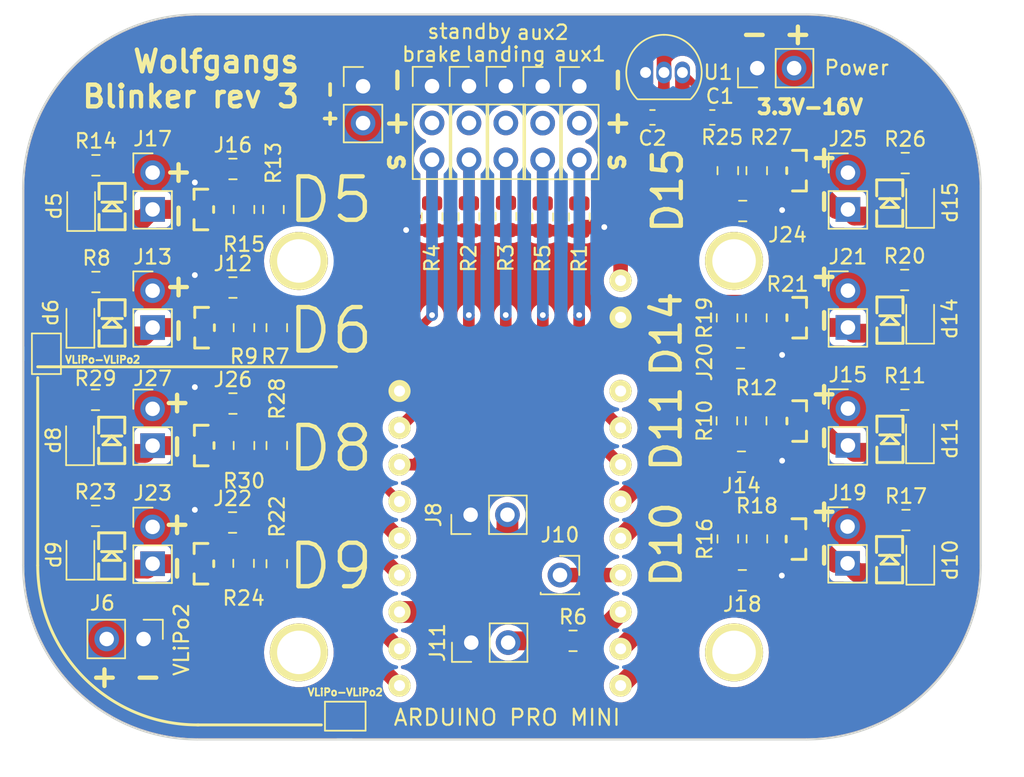
<source format=kicad_pcb>
(kicad_pcb (version 20221018) (generator pcbnew)
  (layers (0 "F.Cu" signal) (31 "B.Cu" signal) (34 "B.Paste" user) (35 "F.Paste" user) (36 "B.SilkS" user "B.Silkscreen") (37 "F.SilkS" user "F.Silkscreen") (38 "B.Mask" user) (39 "F.Mask" user) (44 "Edge.Cuts" user))
  (net 0 "")
  (net 1 "Net-(D1-Pad2)")
  (net 2 "Net-(D1-Pad1)")
  (net 3 "Net-(D3-Pad1)")
  (net 4 "Net-(D3-Pad2)")
  (net 5 "Net-(D5-Pad1)")
  (net 6 "Net-(D5-Pad2)")
  (net 7 "Net-(D7-Pad1)")
  (net 8 "Net-(D7-Pad2)")
  (net 9 "Net-(D9-Pad2)")
  (net 10 "Net-(D10-PadA)")
  (net 11 "Net-(D11-Pad2)")
  (net 12 "Net-(D11-Pad1)")
  (net 13 "Net-(D13-Pad1)")
  (net 14 "Net-(D13-Pad2)")
  (net 15 "Net-(D15-Pad2)")
  (net 16 "Net-(D15-Pad1)")
  (net 17 "GND")
  (net 18 "Net-(Q1-PadG)")
  (net 19 "Net-(Q2-PadG)")
  (net 20 "Net-(Q3-PadG)")
  (net 21 "Net-(Q4-PadG)")
  (net 22 "Net-(Q5-PadG)")
  (net 23 "Net-(Q6-PadG)")
  (net 24 "Net-(Q7-PadG)")
  (net 25 "Net-(Q8-PadG)")
  (net 26 "Net-(J1-Pad3)")
  (net 27 "Net-(J2-Pad3)")
  (net 28 "D6_sig")
  (net 29 "D11_sig")
  (net 30 "D5_sig")
  (net 31 "D10_sig")
  (net 32 "D9_sig")
  (net 33 "D8_sig")
  (net 34 "VLiPo")
  (net 35 "D14_sig")
  (net 36 "D15_sig")
  (net 37 "VLiPo2")
  (net 38 "Net-(J4-Pad3)")
  (net 39 "Net-(J5-Pad3)")
  (net 40 "Net-(J3-Pad3)")
  (net 41 "Net-(R6-Pad2)")
  (net 42 "Net-(J8-Pad2)")
  (net 43 "Net-(J10-Pad1)")
  (net 44 "Net-(J11-Pad2)")
  (net 45 "Net-(C1-Pad1)")
  (footprint "LED_SMD:LED_0805_2012Metric" (layer "F.Cu") (at 89.9414 98.298 90)
    (fp_text reference "d6")
    (fp_text value "LED")
  )
  (footprint "freetronics_footprints:LED-0805" (layer "F.Cu") (at 92.1258 98.2726 90)
    (fp_text reference "D2")
    (fp_text value "DIODE")
  )
  (footprint "LED_SMD:LED_0805_2012Metric" (layer "F.Cu") (at 89.9922 90.2462 90)
    (fp_text reference "d5")
    (fp_text value "LED")
  )
  (footprint "freetronics_footprints:LED-0805" (layer "F.Cu") (at 92.1258 90.2462 90)
    (fp_text reference "D6")
    (fp_text value "DIODE")
  )
  (footprint "LED_SMD:LED_0805_2012Metric" (layer "F.Cu") (at 89.9414 114.3 90)
    (fp_text reference "d9")
    (fp_text value "LED")
  )
  (footprint "freetronics_footprints:LED-0805" (layer "F.Cu") (at 92.1004 114.3508 90)
    (fp_text reference "D12")
    (fp_text value "DIODE")
  )
  (footprint "LED_SMD:LED_0805_2012Metric" (layer "F.Cu") (at 89.916 106.4006 90)
    (fp_text reference "d8")
    (fp_text value "LED")
  )
  (footprint "freetronics_footprints:LED-0805" (layer "F.Cu") (at 92.1004 106.3752 90)
    (fp_text reference "D16")
    (fp_text value "DIODE")
  )
  (footprint "Connector_PinHeader_2.54mm:PinHeader_1x03_P2.54mm_Vertical" (layer "F.Cu") (at 114.180241 81.940601)
    (fp_text reference "J2" hide)
    (fp_text value "brake")
  )
  (footprint "Connector_PinHeader_2.54mm:PinHeader_1x03_P2.54mm_Vertical" (layer "F.Cu") (at 116.72824 81.940601)
    (fp_text reference "J4" hide)
    (fp_text value "standby")
  )
  (footprint "Connector_PinHeader_2.54mm:PinHeader_1x02_P2.54mm_Vertical" (layer "F.Cu") (at 136.6 80.7 90)
    (fp_text reference "Power")
    (fp_text value "power")
  )
  (footprint "Connector_PinSocket_2.54mm:PinSocket_1x01_P2.54mm_Vertical" (layer "F.Cu") (at 123 115.66652)
    (fp_text reference "J10")
    (fp_text value "DBG_PIN")
  )
  (footprint "Connector_PinHeader_2.54mm:PinHeader_1x02_P2.54mm_Vertical" (layer "F.Cu") (at 94.29496 120.07596 -90)
    (fp_text reference "J6")
    (fp_text value "VLiPo2")
  )
  (footprint "Connector_PinHeader_2.54mm:PinHeader_1x02_P2.54mm_Vertical" (layer "F.Cu") (at 109.425 81.95)
    (fp_text reference "J7" hide)
    (fp_text value "vlipo" hide)
  )
  (footprint "Connector_PinHeader_2.54mm:PinHeader_1x02_P2.54mm_Vertical" (layer "F.Cu") (at 116.88572 120.32488 90)
    (fp_text reference "J11")
    (fp_text value "buzz")
  )
  (footprint "Resistor_SMD:R_0805_2012Metric" (layer "F.Cu") (at 100.457 95.8342)
    (fp_text reference "J12")
    (fp_text value "Conn_01x02_Female")
  )
  (footprint "Connector_PinHeader_2.54mm:PinHeader_1x02_P2.54mm_Vertical" (layer "F.Cu") (at 94.9198 96.052334)
    (fp_text reference "J13")
    (fp_text value "output")
  )
  (footprint "Resistor_SMD:R_0805_2012Metric" (layer "F.Cu") (at 100.457 87.6554)
    (fp_text reference "J16")
    (fp_text value "Conn_01x02_Female")
  )
  (footprint "Connector_PinHeader_2.54mm:PinHeader_1x02_P2.54mm_Vertical" (layer "F.Cu") (at 94.9198 87.906401)
    (fp_text reference "J17")
    (fp_text value "output")
  )
  (footprint "Resistor_SMD:R_0805_2012Metric" (layer "F.Cu") (at 100.4316 112.0394)
    (fp_text reference "J22")
    (fp_text value "Conn_01x02_Female")
  )
  (footprint "Connector_PinHeader_2.54mm:PinHeader_1x02_P2.54mm_Vertical" (layer "F.Cu") (at 94.9198 112.3442)
    (fp_text reference "J23")
    (fp_text value "output")
  )
  (footprint "Resistor_SMD:R_0805_2012Metric" (layer "F.Cu") (at 100.457 103.8352)
    (fp_text reference "J26")
    (fp_text value "Conn_01x02_Female")
  )
  (footprint "Connector_PinHeader_2.54mm:PinHeader_1x02_P2.54mm_Vertical" (layer "F.Cu") (at 94.9198 104.198267)
    (fp_text reference "J27")
    (fp_text value "output")
  )
  (footprint "freetronics_footprints:SOT23_FET" (layer "F.Cu") (at 98.5266 98.6028 90)
    (fp_text reference "Q1")
    (fp_text value "MOSFET_N" hide)
  )
  (footprint "freetronics_footprints:SOT23_FET" (layer "F.Cu") (at 98.4758 90.4494 90)
    (fp_text reference "Q3")
    (fp_text value "MOSFET_N" hide)
  )
  (footprint "freetronics_footprints:SOT23_FET" (layer "F.Cu") (at 98.48342 114.8842 90)
    (fp_text reference "Q6")
    (fp_text value "MOSFET_N" hide)
  )
  (footprint "freetronics_footprints:SOT23_FET" (layer "F.Cu") (at 98.5012 106.7308 90)
    (fp_text reference "Q8")
    (fp_text value "MOSFET_N" hide)
  )
  (footprint "Resistor_SMD:R_0805_2012Metric" (layer "F.Cu") (at 124.33554 90.9701 -90)
    (fp_text reference "R1")
    (fp_text value "R")
  )
  (footprint "Resistor_SMD:R_0805_2012Metric" (layer "F.Cu") (at 116.72316 90.9574 -90)
    (fp_text reference "R2")
    (fp_text value "R")
  )
  (footprint "Resistor_SMD:R_0805_2012Metric" (layer "F.Cu") (at 114.18824 90.9551 -90)
    (fp_text reference "R4")
    (fp_text value "R")
  )
  (footprint "Resistor_SMD:R_0805_2012Metric" (layer "F.Cu") (at 123.9012 120.20296)
    (fp_text reference "R6")
    (fp_text value "100")
  )
  (footprint "Resistor_SMD:R_0805_2012Metric" (layer "F.Cu") (at 103.4796 98.6028 90)
    (fp_text reference "R7")
    (fp_text value "1k")
  )
  (footprint "Resistor_SMD:R_0805_2012Metric" (layer "F.Cu") (at 91.0105 95.4532 180)
    (fp_text reference "R8")
    (fp_text value "500")
  )
  (footprint "Resistor_SMD:R_0805_2012Metric" (layer "F.Cu") (at 101.219 98.6028 -90)
    (fp_text reference "R9")
    (fp_text value "100k")
  )
  (footprint "Resistor_SMD:R_0805_2012Metric" (layer "F.Cu") (at 103.25 90.4494 90)
    (fp_text reference "R13")
    (fp_text value "1k")
  )
  (footprint "Resistor_SMD:R_0805_2012Metric" (layer "F.Cu") (at 91.0082 87.4014 180)
    (fp_text reference "R14")
    (fp_text value "500")
  )
  (footprint "Resistor_SMD:R_0805_2012Metric" (layer "F.Cu") (at 101.219 90.4494 -90)
    (fp_text reference "R15")
    (fp_text value "100k")
  )
  (footprint "Resistor_SMD:R_0805_2012Metric" (layer "F.Cu") (at 103.4796 114.8842 90)
    (fp_text reference "R22")
    (fp_text value "1k")
  )
  (footprint "Resistor_SMD:R_0805_2012Metric" (layer "F.Cu") (at 90.9828 111.5822 180)
    (fp_text reference "R23")
    (fp_text value "500")
  )
  (footprint "Resistor_SMD:R_0805_2012Metric" (layer "F.Cu") (at 101.1936 114.8588 -90)
    (fp_text reference "R24")
    (fp_text value "100k")
  )
  (footprint "Resistor_SMD:R_0805_2012Metric" (layer "F.Cu") (at 103.4796 106.7308 90)
    (fp_text reference "R28")
    (fp_text value "1k")
  )
  (footprint "Resistor_SMD:R_0805_2012Metric" (layer "F.Cu") (at 90.9828 103.5812 180)
    (fp_text reference "R29")
    (fp_text value "500")
  )
  (footprint "Resistor_SMD:R_0805_2012Metric" (layer "F.Cu") (at 101.219 106.7308 -90)
    (fp_text reference "R30")
    (fp_text value "100k")
  )
  (footprint "Connector_PinHeader_2.54mm:PinHeader_1x03_P2.54mm_Vertical" (layer "F.Cu") (at 124.33554 81.9531)
    (fp_text reference "J1" hide)
    (fp_text value "aux1")
  )
  (footprint "Connector_PinHeader_2.54mm:PinHeader_1x03_P2.54mm_Vertical" (layer "F.Cu") (at 121.80824 81.9531)
    (fp_text reference "J3" hide)
    (fp_text value "aux2")
  )
  (footprint "Resistor_SMD:R_0805_2012Metric" (layer "F.Cu") (at 121.80824 90.9701 -90)
    (fp_text reference "R5")
    (fp_text value "R")
  )
  (footprint "ArduProMiniTKB:ArduProMini-6" (layer "F.Cu") (at 109.4 89)
    (fp_text reference "uP1" hide)
    (fp_text value "ARDUINO PRO MINI")
  )
  (footprint "LED_SMD:LED_0805_2012Metric" (layer "F.Cu") (at 147.828 90.0303 90)
    (fp_text reference "d15")
    (fp_text value "LED")
  )
  (footprint "freetronics_footprints:LED-0805" (layer "F.Cu") (at 145.7198 114.6048 90)
    (fp_text reference "D8")
    (fp_text value "DIODE")
  )
  (footprint "freetronics_footprints:LED-0805" (layer "F.Cu") (at 145.7452 106.30154 90)
    (fp_text reference "D4")
    (fp_text value "DIODE")
  )
  (footprint "freetronics_footprints:LED-0805" (layer "F.Cu") (at 145.7452 98.0821 90)
    (fp_text reference "D10")
    (fp_text value "DIODE")
  )
  (footprint "LED_SMD:LED_0805_2012Metric" (layer "F.Cu") (at 147.828 98.0186 90)
    (fp_text reference "d14")
    (fp_text value "LED")
  )
  (footprint "Resistor_SMD:R_0805_2012Metric" (layer "F.Cu") (at 136.5631 87.773 90)
    (fp_text reference "R27")
    (fp_text value "100k")
  )
  (footprint "Resistor_SMD:R_0805_2012Metric" (layer "F.Cu") (at 146.7612 95.3135)
    (fp_text reference "R20")
    (fp_text value "500")
  )
  (footprint "Resistor_SMD:R_0805_2012Metric" (layer "F.Cu") (at 136.525 105.029 90)
    (fp_text reference "R12")
    (fp_text value "100k")
  )
  (footprint "Resistor_SMD:R_0805_2012Metric" (layer "F.Cu") (at 146.7993 87.249)
    (fp_text reference "R26")
    (fp_text value "500")
  )
  (footprint "Resistor_SMD:R_0805_2012Metric" (layer "F.Cu") (at 136.5377 97.9264 90)
    (fp_text reference "R21")
    (fp_text value "100k")
  )
  (footprint "LED_SMD:LED_0805_2012Metric" (layer "F.Cu") (at 147.8153 106.2713 90)
    (fp_text reference "d11")
    (fp_text value "LED")
  )
  (footprint "LED_SMD:LED_0805_2012Metric" (layer "F.Cu") (at 147.8407 114.6429 90)
    (fp_text reference "d10")
    (fp_text value "LED")
  )
  (footprint "freetronics_footprints:SOT23_FET" (layer "F.Cu") (at 139.2936 105.0417 -90)
    (fp_text reference "Q2")
    (fp_text value "MOSFET_N" hide)
  )
  (footprint "Resistor_SMD:R_0805_2012Metric" (layer "F.Cu") (at 146.7739 103.5685)
    (fp_text reference "R11")
    (fp_text value "500")
  )
  (footprint "Resistor_SMD:R_0805_2012Metric" (layer "F.Cu") (at 135.5979 90.5543 180)
    (fp_text reference "J24")
    (fp_text value "Conn_01x02_Female")
  )
  (footprint "Connector_PinHeader_2.54mm:PinHeader_1x02_P2.54mm_Vertical" (layer "F.Cu") (at 142.8496 104.182332)
    (fp_text reference "J15")
    (fp_text value "output")
  )
  (footprint "Resistor_SMD:R_0805_2012Metric" (layer "F.Cu") (at 134.5692 113.1697 -90)
    (fp_text reference "R16")
    (fp_text value "1k")
  )
  (footprint "Resistor_SMD:R_0805_2012Metric" (layer "F.Cu") (at 135.4455 100.7077 180)
    (fp_text reference "J20")
    (fp_text value "Conn_01x02_Female")
  )
  (footprint "Connector_PinHeader_2.54mm:PinHeader_1x02_P2.54mm_Vertical" (layer "F.Cu") (at 142.8242 112.3188)
    (fp_text reference "J19")
    (fp_text value "output")
  )
  (footprint "freetronics_footprints:LED-0805" (layer "F.Cu") (at 145.7325 90.0049 90)
    (fp_text reference "D14")
    (fp_text value "DIODE")
  )
  (footprint "Connector_PinHeader_2.54mm:PinHeader_1x02_P2.54mm_Vertical" (layer "F.Cu") (at 142.8496 87.9094)
    (fp_text reference "J25")
    (fp_text value "output")
  )
  (footprint "Resistor_SMD:R_0805_2012Metric" (layer "F.Cu") (at 135.509 107.8484 180)
    (fp_text reference "J14")
    (fp_text value "Conn_01x02_Female")
  )
  (footprint "Resistor_SMD:R_0805_2012Metric" (layer "F.Cu") (at 136.5758 113.1697 90)
    (fp_text reference "R18")
    (fp_text value "100k")
  )
  (footprint "Resistor_SMD:R_0805_2012Metric" (layer "F.Cu") (at 146.8501 111.8743)
    (fp_text reference "R17")
    (fp_text value "500")
  )
  (footprint "freetronics_footprints:SOT23_FET" (layer "F.Cu") (at 139.2936 97.9137 -90)
    (fp_text reference "Q5")
    (fp_text value "MOSFET_N" hide)
  )
  (footprint "freetronics_footprints:SOT23_FET" (layer "F.Cu") (at 139.2428 113.1824 -90)
    (fp_text reference "Q4")
    (fp_text value "MOSFET_N" hide)
  )
  (footprint "Resistor_SMD:R_0805_2012Metric" (layer "F.Cu") (at 134.5057 105.029 -90)
    (fp_text reference "R10")
    (fp_text value "1k")
  )
  (footprint "freetronics_footprints:SOT23_FET" (layer "F.Cu") (at 139.2809 87.773 -90)
    (fp_text reference "Q7")
    (fp_text value "MOSFET_N" hide)
  )
  (footprint "Resistor_SMD:R_0805_2012Metric" (layer "F.Cu") (at 135.5725 116.0272 180)
    (fp_text reference "J18")
    (fp_text value "Conn_01x02_Female")
  )
  (footprint "Resistor_SMD:R_0805_2012Metric" (layer "F.Cu") (at 134.5184 97.9264 -90)
    (fp_text reference "R19")
    (fp_text value "1k")
  )
  (footprint "Connector_PinHeader_2.54mm:PinHeader_1x02_P2.54mm_Vertical" (layer "F.Cu") (at 142.8496 96.045866)
    (fp_text reference "J21")
    (fp_text value "output")
  )
  (footprint "Connector_PinHeader_2.54mm:PinHeader_1x03_P2.54mm_Vertical" (layer "F.Cu") (at 119.26824 81.940601)
    (fp_text reference "J5" hide)
    (fp_text value "landing")
  )
  (footprint "Resistor_SMD:R_0805_2012Metric" (layer "F.Cu") (at 119.2784 90.932 -90)
    (fp_text reference "R3")
    (fp_text value "R")
  )
  (footprint "Jumper:SolderJumper-2_P1.3mm_Open_Pad1.0x1.5mm" (layer "F.Cu") (at 108.2 125.4 180)
    (fp_text reference "VLiPo-VLiPo2")
    (fp_text value "R")
  )
  (footprint "freetronics_footprints:1pin_prototyping" (layer "F.Cu") (at 105 121)
    (fp_text reference "1pin_prototyping" hide)
    (fp_text value "val**" hide)
  )
  (footprint "freetronics_footprints:1pin_prototyping" (layer "F.Cu") (at 135 121)
    (fp_text reference "1pin_prototyping" hide)
    (fp_text value "val**" hide)
  )
  (footprint "freetronics_footprints:1pin_prototyping" (layer "F.Cu") (at 105 94)
    (fp_text reference "1pin_prototyping" hide)
    (fp_text value "val**" hide)
  )
  (footprint "freetronics_footprints:1pin_prototyping" (layer "F.Cu") (at 135 94)
    (fp_text reference "1pin_prototyping" hide)
    (fp_text value "val**" hide)
  )
  (footprint "Connector_PinHeader_2.54mm:PinHeader_1x02_P2.54mm_Vertical" (layer "F.Cu") (at 116.84 111.506 90)
    (fp_text reference "J8")
    (fp_text value "dbg2")
  )
  (footprint "Capacitor_SMD:C_0603_1608Metric" (layer "F.Cu") (at 133.5 84.1)
    (fp_text reference "C1")
    (fp_text value "C")
  )
  (footprint "Package_TO_SOT_THT:TO-92_Inline" (layer "F.Cu") (at 128.9 81)
    (fp_text reference "U1")
    (fp_text value "MCP1700-5002E_TO92")
  )
  (footprint "Jumper:SolderJumper-2_P1.3mm_Open_Pad1.0x1.5mm" (layer "F.Cu") (at 87.6 100.4 -90)
    (fp_text reference "VLiPo-VLiPo2")
    (fp_text value "R")
  )
  (footprint "Resistor_SMD:R_0805_2012Metric" (layer "F.Cu") (at 134.5692 87.77 -90)
    (fp_text reference "R25")
    (fp_text value "1k")
  )
  (footprint "Capacitor_SMD:C_0603_1608Metric" (layer "F.Cu") (at 129.375 84.1 180)
    (fp_text reference "C2")
    (fp_text value "C")
  )
  (gr_line (start 87 101.3) (end 107.6 101.3) (stroke (width 0.2)) (layer "F.SilkS"))
  (gr_line (start 87 115) (end 87 102.05) (stroke (width 0.2)) (layer "F.SilkS"))
  (gr_arc (start 98.099996 125.999545) (mid 90.25726 122.813448) (end 87 115) (stroke (width 0.2)) (layer "F.SilkS"))
  (gr_line (start 106.55 126) (end 98 126) (stroke (width 0.2)) (layer "F.SilkS"))
  (gr_arc (start 152 115) (mid 148.485281 123.485281) (end 140 127) (stroke (width 0.15)) (layer "Edge.Cuts"))
  (gr_arc (start 98 127) (mid 89.514719 123.485281) (end 86 115) (stroke (width 0.15)) (layer "Edge.Cuts"))
  (gr_arc (start 140 77) (mid 148.485281 80.514719) (end 152 89) (stroke (width 0.15)) (layer "Edge.Cuts"))
  (gr_line (start 86 115) (end 86 89) (stroke (width 0.15)) (layer "Edge.Cuts"))
  (gr_arc (start 86 89) (mid 89.514719 80.514719) (end 98 77) (stroke (width 0.15)) (layer "Edge.Cuts"))
  (gr_line (start 98 77) (end 140 77) (stroke (width 0.15)) (layer "Edge.Cuts"))
  (gr_line (start 152 89) (end 152 115) (stroke (width 0.15)) (layer "Edge.Cuts"))
  (gr_line (start 140 127) (end 98 127) (stroke (width 0.15)) (layer "Edge.Cuts"))
  (gr_text "- + s" (at 127.1 84.2 270) (layer "F.SilkS") (effects (font (size 1.5 1.5) (thickness 0.3))))
  (gr_text "- +" (at 141.1 88.4 90) (layer "F.SilkS") (effects (font (size 1.5 1.5) (thickness 0.3))))
  (gr_text "- +" (at 141.1 96.6 90) (layer "F.SilkS") (effects (font (size 1.5 1.5) (thickness 0.3))))
  (gr_text "- +" (at 141.1 104.7 90) (layer "F.SilkS") (effects (font (size 1.5 1.5) (thickness 0.3))))
  (gr_text "- +" (at 141.1 112.8 90) (layer "F.SilkS") (effects (font (size 1.5 1.5) (thickness 0.3))))
  (gr_text "- +" (at 96.6 89.4 90) (layer "F.SilkS") (effects (font (size 1.5 1.5) (thickness 0.3))))
  (gr_text "- +" (at 96.6 97.3 90) (layer "F.SilkS") (effects (font (size 1.5 1.5) (thickness 0.3))))
  (gr_text "- +" (at 96.5 105.3 90) (layer "F.SilkS") (effects (font (size 1.5 1.5) (thickness 0.3))))
  (gr_text "- +" (at 96.5 113.7 90) (layer "F.SilkS") (effects (font (size 1.5 1.5) (thickness 0.3))))
  (gr_text "D6" (at 107.188 98.806) (layer "F.SilkS") (effects (font (size 3 3) (thickness 0.3))))
  (gr_text "D8" (at 107.188 106.934) (layer "F.SilkS") (effects (font (size 3 3) (thickness 0.3))))
  (gr_text "D9" (at 107.188 115.062) (layer "F.SilkS") (effects (font (size 3 3) (thickness 0.3))))
  (gr_text "D10" (at 130.34 113.56 90) (layer "F.SilkS") (effects (font (size 2 2) (thickness 0.3))))
  (gr_text "D11" (at 130.34 105.58 90) (layer "F.SilkS") (effects (font (size 2 2) (thickness 0.3))))
  (gr_text "D14" (at 130.34 99.05 90) (layer "F.SilkS") (effects (font (size 2 2) (thickness 0.3))))
  (gr_text "- +" (at 107.225 83.175 270) (layer "F.SilkS") (effects (font (size 1 1) (thickness 0.25))))
  (gr_text "- +" (at 93.1 122.85 180) (layer "F.SilkS") (effects (font (size 1.5 1.5) (thickness 0.3))))
  (gr_text "3.3V-16V" (at 140.23 83.38) (layer "F.SilkS") (effects (font (size 1 1) (thickness 0.25))))
  (gr_text "- + s" (at 111.9 84.2 270) (layer "F.SilkS") (effects (font (size 1.5 1.5) (thickness 0.3))))
  (gr_text "D15" (at 130.42 89.14 90) (layer "F.SilkS") (effects (font (size 2 2) (thickness 0.3))))
  (gr_text "- +" (at 137.9 78.3) (layer "F.SilkS") (effects (font (size 1.5 1.5) (thickness 0.3))))
  (gr_text "D5" (at 107.188 89.789) (layer "F.SilkS") (effects (font (size 3 3) (thickness 0.3))))
  (gr_text "Wolfgangs\nBlinker rev 3" (at 105.175 81.45) (layer "F.SilkS") (effects (font (size 1.5 1.5) (thickness 0.3)) (justify right)))
  (segment (start 90.073 95.4532) (end 90.073 97.2289) (width 1.3) (layer "F.Cu") (net 1))
  (segment (start 90.073 97.2289) (end 89.9414 97.3605) (width 1.3) (layer "F.Cu") (net 1))
  (segment (start 92.06206 99.2355) (end 92.1258 99.17176) (width 1.3) (layer "F.Cu") (net 2))
  (segment (start 94.9198 98.592334) (end 97.416314 98.592334) (width 1.3) (layer "F.Cu") (net 2))
  (segment (start 97.416314 98.592334) (end 97.42678 98.6028) (width 1.3) (layer "F.Cu") (net 2))
  (segment (start 94.340374 99.17176) (end 94.9198 98.592334) (width 1.3) (layer "F.Cu") (net 2))
  (segment (start 89.9414 99.2355) (end 92.06206 99.2355) (width 1.3) (layer "F.Cu") (net 2))
  (segment (start 92.1258 99.17176) (end 94.340374 99.17176) (width 1.3) (layer "F.Cu") (net 2))
  (segment (start 147.8153 107.2088) (end 145.7533 107.2088) (width 1.3) (layer "F.Cu") (net 3))
  (segment (start 142.8496 106.722332) (end 142.074052 106.722332) (width 1.3) (layer "F.Cu") (net 3))
  (segment (start 142.074052 106.722332) (end 140.39342 105.0417) (width 1.3) (layer "F.Cu") (net 3))
  (segment (start 143.327968 107.2007) (end 142.8496 106.722332) (width 1.3) (layer "F.Cu") (net 3))
  (segment (start 145.7533 107.2088) (end 145.7452 107.2007) (width 1.3) (layer "F.Cu") (net 3))
  (segment (start 145.7452 107.2007) (end 143.327968 107.2007) (width 1.3) (layer "F.Cu") (net 3))
  (segment (start 147.8153 105.3338) (end 147.8153 103.6724) (width 1.3) (layer "F.Cu") (net 4))
  (segment (start 147.8153 103.6724) (end 147.7114 103.5685) (width 1.3) (layer "F.Cu") (net 4))
  (segment (start 92.08746 91.1837) (end 92.1258 91.14536) (width 1.3) (layer "F.Cu") (net 5))
  (segment (start 92.1258 91.14536) (end 94.220841 91.14536) (width 1.3) (layer "F.Cu") (net 5))
  (segment (start 97.372981 90.446401) (end 97.37598 90.4494) (width 1.3) (layer "F.Cu") (net 5))
  (segment (start 94.9198 90.446401) (end 97.372981 90.446401) (width 1.3) (layer "F.Cu") (net 5))
  (segment (start 94.220841 91.14536) (end 94.9198 90.446401) (width 1.3) (layer "F.Cu") (net 5))
  (segment (start 89.9922 91.1837) (end 92.08746 91.1837) (width 1.3) (layer "F.Cu") (net 5))
  (segment (start 90.0707 87.4014) (end 90.0707 89.2302) (width 1.3) (layer "F.Cu") (net 6))
  (segment (start 90.0707 89.2302) (end 89.9922 89.3087) (width 1.3) (layer "F.Cu") (net 6))
  (segment (start 147.76426 115.50396) (end 147.8407 115.5804) (width 1.3) (layer "F.Cu") (net 7))
  (segment (start 143.46936 115.50396) (end 145.7198 115.50396) (width 1.3) (layer "F.Cu") (net 7))
  (segment (start 142.8242 114.8588) (end 143.46936 115.50396) (width 1.3) (layer "F.Cu") (net 7))
  (segment (start 142.8242 114.8588) (end 142.01902 114.8588) (width 1.3) (layer "F.Cu") (net 7))
  (segment (start 142.01902 114.8588) (end 140.34262 113.1824) (width 1.3) (layer "F.Cu") (net 7))
  (segment (start 145.7198 115.50396) (end 147.76426 115.50396) (width 1.3) (layer "F.Cu") (net 7))
  (segment (start 147.8407 113.7054) (end 147.8407 111.9274) (width 1.3) (layer "F.Cu") (net 8))
  (segment (start 147.8407 111.9274) (end 147.7876 111.8743) (width 1.3) (layer "F.Cu") (net 8))
  (segment (start 147.828 97.0811) (end 147.828 95.4428) (width 1.3) (layer "F.Cu") (net 9))
  (segment (start 147.828 95.4428) (end 147.6987 95.3135) (width 1.3) (layer "F.Cu") (net 9))
  (segment (start 145.77036 98.9561) (end 145.7452 98.98126) (width 1.3) (layer "F.Cu") (net 10))
  (segment (start 141.065586 98.585866) (end 140.39342 97.9137) (width 1.3) (layer "F.Cu") (net 10))
  (segment (start 142.8496 98.585866) (end 141.065586 98.585866) (width 1.3) (layer "F.Cu") (net 10))
  (segment (start 147.828 98.9561) (end 145.77036 98.9561) (width 1.3) (layer "F.Cu") (net 10))
  (segment (start 145.7452 98.98126) (end 143.244994 98.98126) (width 1.3) (layer "F.Cu") (net 10))
  (segment (start 143.244994 98.98126) (end 142.8496 98.585866) (width 1.3) (layer "F.Cu") (net 10))
  (segment (start 90.0453 111.5822) (end 90.0453 113.2586) (width 1.3) (layer "F.Cu") (net 11))
  (segment (start 90.0453 113.2586) (end 89.9414 113.3625) (width 1.3) (layer "F.Cu") (net 11))
  (segment (start 92.08794 115.2375) (end 92.1004 115.24996) (width 1.3) (layer "F.Cu") (net 12))
  (segment (start 89.9414 115.2375) (end 92.08794 115.2375) (width 1.3) (layer "F.Cu") (net 12))
  (segment (start 94.55404 115.24996) (end 94.9198 114.8842) (width 1.3) (layer "F.Cu") (net 12))
  (segment (start 92.1004 115.24996) (end 94.55404 115.24996) (width 1.3) (layer "F.Cu") (net 12))
  (segment (start 97.3836 114.8842) (end 94.9198 114.8842) (width 1.3) (layer "F.Cu") (net 12))
  (segment (start 147.828 90.9678) (end 145.79624 90.9678) (width 1.3) (layer "F.Cu") (net 13))
  (segment (start 142.05712 90.4494) (end 140.38072 88.773) (width 1.3) (layer "F.Cu") (net 13))
  (segment (start 143.30426 90.90406) (end 142.8496 90.4494) (width 1.3) (layer "F.Cu") (net 13))
  (segment (start 142.8496 90.4494) (end 142.05712 90.4494) (width 1.3) (layer "F.Cu") (net 13))
  (segment (start 145.7325 90.90406) (end 143.30426 90.90406) (width 1.3) (layer "F.Cu") (net 13))
  (segment (start 140.38072 88.773) (end 140.38072 87.773) (width 1.3) (layer "F.Cu") (net 13))
  (segment (start 145.79624 90.9678) (end 145.7325 90.90406) (width 1.3) (layer "F.Cu") (net 13))
  (segment (start 147.7368 87.249) (end 147.7368 89.0016) (width 1.3) (layer "F.Cu") (net 14))
  (segment (start 147.7368 89.0016) (end 147.828 89.0928) (width 1.3) (layer "F.Cu") (net 14))
  (segment (start 89.916 103.7105) (end 90.0453 103.5812) (width 1.3) (layer "F.Cu") (net 15))
  (segment (start 89.916 105.4631) (end 89.916 103.7105) (width 1.3) (layer "F.Cu") (net 15))
  (segment (start 89.916 107.3381) (end 92.03666 107.3381) (width 1.3) (layer "F.Cu") (net 16))
  (segment (start 97.393913 106.738267) (end 97.40138 106.7308) (width 1.3) (layer "F.Cu") (net 16))
  (segment (start 94.383707 107.27436) (end 94.9198 106.738267) (width 1.3) (layer "F.Cu") (net 16))
  (segment (start 92.1004 107.27436) (end 94.383707 107.27436) (width 1.3) (layer "F.Cu") (net 16))
  (segment (start 92.03666 107.3381) (end 92.1004 107.27436) (width 1.3) (layer "F.Cu") (net 16))
  (segment (start 94.9198 106.738267) (end 97.393913 106.738267) (width 1.3) (layer "F.Cu") (net 16))
  (segment (start 98.96348 103.8352) (end 97.83064 102.70236) (width 1.3) (layer "F.Cu") (net 17))
  (segment (start 136.5377 98.8639) (end 138.2926 98.8639) (width 1.3) (layer "F.Cu") (net 17))
  (segment (start 99.47656 87.69834) (end 99.5195 87.6554) (width 1.3) (layer "F.Cu") (net 17))
  (segment (start 134.2875 83.0125) (end 136.6 80.7) (width 0.8) (layer "F.Cu") (net 17))
  (segment (start 138.24204 114.13236) (end 136.60096 114.13236) (width 1.3) (layer "F.Cu") (net 17))
  (segment (start 99.5195 95.8342) (end 98.68916 95.8342) (width 1.3) (layer "F.Cu") (net 17))
  (segment (start 138.31316 100.48164) (end 137.913161 100.081641) (width 1.5) (layer "F.Cu") (net 17))
  (segment (start 138.29284 115.70208) (end 138.17068 115.70208) (width 1.5) (layer "F.Cu") (net 17))
  (segment (start 112.395 91.86672) (end 114.16236 91.86672) (width 0.8) (layer "F.Cu") (net 17))
  (segment (start 138.31316 107.77728) (end 138.31316 107.75466) (width 1.5) (layer "F.Cu") (net 17))
  (segment (start 128.5875 84.1) (end 126.4375 81.95) (width 0.8) (layer "F.Cu") (net 17))
  (segment (start 136.5377 98.8639) (end 136.5377 99.33864) (width 1.3) (layer "F.Cu") (net 17))
  (segment (start 138.2926 98.8639) (end 138.29284 98.86366) (width 1.3) (layer "F.Cu") (net 17))
  (segment (start 101.1936 113.9213) (end 99.49712 113.9213) (width 1.3) (layer "F.Cu") (net 17))
  (segment (start 136.5758 114.1072) (end 136.5758 115.9614) (width 1.3) (layer "F.Cu") (net 17))
  (segment (start 136.4465 107.8484) (end 136.4465 106.045) (width 1.3) (layer "F.Cu") (net 17))
  (segment (start 121.80824 91.9076) (end 124.33554 91.9076) (width 0.8) (layer "F.Cu") (net 17))
  (segment (start 101.20654 97.65284) (end 101.219 97.6653) (width 1.3) (layer "F.Cu") (net 17))
  (segment (start 99.5195 97.64498) (end 99.52736 97.65284) (width 1.3) (layer "F.Cu") (net 17))
  (segment (start 136.525 105.9665) (end 138.26768 105.9665) (width 1.3) (layer "F.Cu") (net 17))
  (segment (start 119.253 91.8949) (end 119.2784 91.8695) (width 0.8) (layer "F.Cu") (net 17))
  (segment (start 99.5195 103.8352) (end 99.5195 105.7633) (width 1.3) (layer "F.Cu") (net 17))
  (segment (start 99.52736 97.65284) (end 101.20654 97.65284) (width 1.3) (layer "F.Cu") (net 17))
  (segment (start 138.31316 90.4908) (end 138.31316 90.46056) (width 1.5) (layer "F.Cu") (net 17))
  (segment (start 101.20654 89.49944) (end 101.219 89.5119) (width 1.3) (layer "F.Cu") (net 17))
  (segment (start 136.60096 114.13236) (end 136.5758 114.1072) (width 1.3) (layer "F.Cu") (net 17))
  (segment (start 126.4375 81.95) (end 126.4344 81.9531) (width 0.8) (layer "F.Cu") (net 17))
  (segment (start 99.48418 113.93424) (end 99.48418 112.04932) (width 1.3) (layer "F.Cu") (net 17))
  (segment (start 116.72316 91.8949) (end 119.253 91.8949) (width 0.8) (layer "F.Cu") (net 17))
  (segment (start 138.31316 107.75466) (end 136.525 105.9665) (width 1.5) (layer "F.Cu") (net 17))
  (segment (start 124.57962 91.66352) (end 124.33554 91.9076) (width 1) (layer "F.Cu") (net 17))
  (segment (start 99.47656 89.49944) (end 101.20654 89.49944) (width 1.3) (layer "F.Cu") (net 17))
  (segment (start 99.5195 87.6554) (end 98.76028 87.6554) (width 1.3) (layer "F.Cu") (net 17))
  (segment (start 101.219 105.7933) (end 99.51442 105.7933) (width 1.3) (layer "F.Cu") (net 17))
  (segment (start 138.26768 88.7105) (end 138.28014 88.72296) (width 1.3) (layer "F.Cu") (net 17))
  (segment (start 138.26768 105.9665) (end 138.29284 105.99166) (width 1.3) (layer "F.Cu") (net 17))
  (segment (start 138.31316 90.46056) (end 136.5631 88.7105) (width 1.5) (layer "F.Cu") (net 17))
  (segment (start 121.77014 91.8695) (end 121.80824 91.9076) (width 0.8) (layer "F.Cu") (net 17))
  (segment (start 99.48418 112.04932) (end 99.4941 112.0394) (width 1.3) (layer "F.Cu") (net 17))
  (segment (start 114.16236 91.86672) (end 114.18824 91.8926) (width 0.8) (layer "F.Cu") (net 17))
  (segment (start 137.913161 100.081641) (end 137.280701 100.081641) (width 1.5) (layer "F.Cu") (net 17))
  (segment (start 98.76028 87.6554) (end 97.83064 88.58504) (width 1.3) (layer "F.Cu") (net 17))
  (segment (start 99.4941 112.0394) (end 98.7044 112.0394) (width 1.3) (layer "F.Cu") (net 17))
  (segment (start 116.72086 91.8926) (end 116.72316 91.8949) (width 0.8) (layer "F.Cu") (net 17))
  (segment (start 136.5631 88.7105) (end 138.26768 88.7105) (width 1.3) (layer "F.Cu") (net 17))
  (segment (start 126.05512 91.66352) (end 124.57962 91.66352) (width 1) (layer "F.Cu") (net 17))
  (segment (start 98.68916 95.8342) (end 97.83064 94.97568) (width 1.3) (layer "F.Cu") (net 17))
  (segment (start 114.18824 91.8926) (end 116.72086 91.8926) (width 0.8) (layer "F.Cu") (net 17))
  (segment (start 136.5758 115.9614) (end 136.51 116.0272) (width 1.3) (layer "F.Cu") (net 17))
  (segment (start 98.7044 112.0394) (end 97.83064 111.16564) (width 1.3) (layer "F.Cu") (net 17))
  (segment (start 99.47656 89.49944) (end 99.47656 87.69834) (width 1.3) (layer "F.Cu") (net 17))
  (segment (start 136.5631 88.7105) (end 136.5631 90.5266) (width 1.3) (layer "F.Cu") (net 17))
  (segment (start 99.5195 103.8352) (end 98.96348 103.8352) (width 1.3) (layer "F.Cu") (net 17))
  (segment (start 138.17068 115.70208) (end 136.5758 114.1072) (width 1.5) (layer "F.Cu") (net 17))
  (segment (start 136.5377 100.553) (end 136.383 100.7077) (width 1.3) (layer "F.Cu") (net 17))
  (segment (start 126.4344 81.9531) (end 124.33554 81.9531) (width 0.8) (layer "F.Cu") (net 17))
  (segment (start 119.2784 91.8695) (end 121.77014 91.8695) (width 0.8) (layer "F.Cu") (net 17))
  (segment (start 136.5631 90.5266) (end 136.5354 90.5543) (width 1.3) (layer "F.Cu") (net 17))
  (segment (start 99.49712 113.9213) (end 99.48418 113.93424) (width 1.3) (layer "F.Cu") (net 17))
  (segment (start 136.4465 106.045) (end 136.525 105.9665) (width 1.3) (layer "F.Cu") (net 17))
  (segment (start 134.2875 84.1) (end 134.2875 83.0125) (width 0.8) (layer "F.Cu") (net 17))
  (segment (start 99.5195 95.8342) (end 99.5195 97.64498) (width 1.3) (layer "F.Cu") (net 17))
  (segment (start 99.5195 105.7633) (end 99.50196 105.78084) (width 1.3) (layer "F.Cu") (net 17))
  (segment (start 136.5377 99.33864) (end 136.5377 100.553) (width 1.3) (layer "F.Cu") (net 17))
  (segment (start 124.37594 91.948) (end 124.33554 91.9076) (width 0.8) (layer "F.Cu") (net 17))
  (segment (start 99.51442 105.7933) (end 99.50196 105.78084) (width 1.3) (layer "F.Cu") (net 17))
  (segment (start 137.280701 100.081641) (end 136.5377 99.33864) (width 1.5) (layer "F.Cu") (net 17))
  (via (at 97.83064 111.16564) (size 0.8) (drill 0.4) (layers "F.Cu" "B.Cu") (net 17))
  (via (at 138.31316 100.48164) (size 0.8) (drill 0.4) (layers "F.Cu" "B.Cu") (net 17))
  (via (at 97.83064 88.58504) (size 0.8) (drill 0.4) (layers "F.Cu" "B.Cu") (net 17))
  (via (at 138.31316 90.4908) (size 0.8) (drill 0.4) (layers "F.Cu" "B.Cu") (net 17))
  (via (at 138.29284 115.70208) (size 0.8) (drill 0.4) (layers "F.Cu" "B.Cu") (net 17))
  (via (at 97.83064 102.70236) (size 0.8) (drill 0.4) (layers "F.Cu" "B.Cu") (net 17))
  (via (at 126.05512 91.66352) (size 0.8) (drill 0.4) (layers "F.Cu" "B.Cu") (net 17))
  (via (at 97.83064 94.97568) (size 0.8) (drill 0.4) (layers "F.Cu" "B.Cu") (net 17))
  (via (at 138.31316 107.77728) (size 0.8) (drill 0.4) (layers "F.Cu" "B.Cu") (net 17))
  (via (at 112.395 91.86672) (size 0.8) (drill 0.4) (layers "F.Cu" "B.Cu") (net 17))
  (segment (start 133.05 79) (end 134.75 80.7) (width 1) (layer "B.Cu") (net 17))
  (segment (start 97.83064 88.58504) (end 97.83064 94.97568) (width 1.3) (layer "B.Cu") (net 17))
  (segment (start 111.94 92.32172) (end 112.395 91.86672) (width 0.8) (layer "B.Cu") (net 17))
  (segment (start 116.88572 107.91572) (end 116.88572 108.18428) (width 1.5) (layer "B.Cu") (net 17))
  (segment (start 138.31316 90.4908) (end 136.6 88.77764) (width 1.5) (layer "B.Cu") (net 17))
  (segment (start 112.05972 91.53144) (end 112.395 91.86672) (width 0.8) (layer "B.Cu") (net 17))
  (segment (start 129.6 79) (end 133.05 79) (width 1) (layer "B.Cu") (net 17))
  (segment (start 125.98554 81.9531) (end 126.60884 82.5764) (width 0.8) (layer "B.Cu") (net 17))
  (segment (start 112.05972 88.65108) (end 112.05972 82.411122) (width 0.8) (layer "B.Cu") (net 17))
  (segment (start 114.170842 81.95) (end 114.180241 81.940601) (width 1.5) (layer "B.Cu") (net 17))
  (segment (start 112.445599 81.940601) (end 114.180241 81.940601) (width 1.5) (layer "B.Cu") (net 17))
  (segment (start 112.530241 81.940601) (end 114.180241 81.940601) (width 0.8) (layer "B.Cu") (net 17))
  (segment (start 125.28864 81) (end 124.33554 81.9531) (width 0.8) (layer "B.Cu") (net 17))
  (segment (start 116.88572 108.18428) (end 116.84 108.23) (width 1.5) (layer "B.Cu") (net 17))
  (segment (start 116.84 108.23) (end 116.84 111.506) (width 1.5) (layer "B.Cu") (net 17))
  (segment (start 112.05972 82.411122) (end 112.530241 81.940601) (width 0.8) (layer "B.Cu") (net 17))
  (segment (start 119.255741 81.9531) (end 119.26824 81.940601) (width 0.8) (layer "B.Cu") (net 17))
  (segment (start 97.83064 94.97568) (end 97.83064 102.70236) (width 1.3) (layer "B.Cu") (net 17))
  (segment (start 104.08716 125.40996) (end 97.83064 119.15344) (width 1.5) (layer "B.Cu") (net 17))
  (segment (start 97.83064 88.58504) (end 104.475079 81.940601) (width 1.3) (layer "B.Cu") (net 17))
  (segment (start 116.88572 122.67488) (end 116.88572 120.32488) (width 1.5) (layer "B.Cu") (net 17))
  (segment (start 104.484478 81.95) (end 104.475079 81.940601) (width 1.5) (layer "B.Cu") (net 17))
  (segment (start 121.80824 81.9531) (end 124.33554 81.9531) (width 1.3) (layer "B.Cu") (net 17))
  (segment (start 112.3 81.940601) (end 114.180241 81.940601) (width 1.3) (layer "B.Cu") (net 17))
  (segment (start 96.64496 120.07596) (end 97.56748 119.15344) (width 1.5) (layer "B.Cu") (net 17))
  (segment (start 124.33554 81.9531) (end 125.98554 81.9531) (width 0.8) (layer "B.Cu") (net 17))
  (segment (start 116.84 120.27916) (end 116.88572 120.32488) (width 1.5) (layer "B.Cu") (net 17))
  (segment (start 125.49632 92.22232) (end 125.49632 96.20632) (width 0.8) (layer "B.Cu") (net 17))
  (segment (start 112.05972 88.65108) (end 112.05972 91.53144) (width 0.8) (layer "B.Cu") (net 17))
  (segment (start 128.9 79.7) (end 129.6 79) (width 1) (layer "B.Cu") (net 17))
  (segment (start 119.6208 125.40996) (end 116.88572 122.67488) (width 1.5) (layer "B.Cu") (net 17))
  (segment (start 136.6 88.77764) (end 136.6 83.05) (width 1.5) (layer "B.Cu") (net 17))
  (segment (start 121.795741 81.940601) (end 121.80824 81.9531) (width 1.3) (layer "B.Cu") (net 17))
  (segment (start 116.84 111.506) (end 116.84 120.27916) (width 1.5) (layer "B.Cu") (net 17))
  (segment (start 114.180241 81.940601) (end 116.72824 81.940601) (width 1.3) (layer "B.Cu") (net 17))
  (segment (start 97.83064 111.731325) (end 97.83064 111.16564) (width 1.5) (layer "B.Cu") (net 17))
  (segment (start 126.60884 82.5764) (end 126.60884 91.1098) (width 0.8) (layer "B.Cu") (net 17))
  (segment (start 109.425 81.95) (end 114.170842 81.95) (width 1.5) (layer "B.Cu") (net 17))
  (segment (start 138.29284 116.267765) (end 138.29284 115.70208) (width 1.5) (layer "B.Cu") (net 17))
  (segment (start 134.75 80.7) (end 136.6 80.7) (width 1) (layer "B.Cu") (net 17))
  (segment (start 94.29496 120.07596) (end 96.64496 120.07596) (width 1.5) (layer "B.Cu") (net 17))
  (segment (start 130.1115 89.5385) (end 130.1115 94.9585) (width 1.5) (layer "B.Cu") (net 17))
  (segment (start 126.05512 91.66352) (end 125.49632 92.22232) (width 0.8) (layer "B.Cu") (net 17))
  (segment (start 126.60884 91.1098) (end 126.60884 90.76536) (width 0.8) (layer "B.Cu") (net 17))
  (segment (start 111.94 102.97) (end 116.88572 107.91572) (width 1.5) (layer "B.Cu") (net 17))
  (segment (start 138.29284 123.02744) (end 138.29284 116.267765) (width 1.5) (layer "B.Cu") (net 17))
  (segment (start 138.31316 100.48164) (end 138.31316 107.77728) (width 1.5) (layer "B.Cu") (net 17))
  (segment (start 126.60884 91.1098) (end 126.05512 91.66352) (width 0.8) (layer "B.Cu") (net 17))
  (segment (start 119.26824 81.940601) (end 121.795741 81.940601) (width 1.3) (layer "B.Cu") (net 17))
  (segment (start 116.88572 108.18428) (end 127.18 97.89) (width 1.3) (layer "B.Cu") (net 17))
  (segment (start 97.56748 119.15344) (end 97.83064 119.15344) (width 1.5) (layer "B.Cu") (net 17))
  (segment (start 138.31316 107.77728) (end 138.31316 115.68176) (width 1.5) (layer "B.Cu") (net 17))
  (segment (start 116.72824 81.940601) (end 119.26824 81.940601) (width 1.3) (layer "B.Cu") (net 17))
  (segment (start 97.83064 119.15344) (end 97.83064 111.731325) (width 1.5) (layer "B.Cu") (net 17))
  (segment (start 138.31316 100.48164) (end 138.31316 90.4908) (width 1.5) (layer "B.Cu") (net 17))
  (segment (start 97.83064 102.70236) (end 97.83064 111.16564) (width 1.3) (layer "B.Cu") (net 17))
  (segment (start 128.9 81) (end 128.9 79.7) (width 1) (layer "B.Cu") (net 17))
  (segment (start 138.31316 115.68176) (end 138.29284 115.70208) (width 1.5) (layer "B.Cu") (net 17))
  (segment (start 136.6 83.05) (end 130.1115 89.5385) (width 1.5) (layer "B.Cu") (net 17))
  (segment (start 135.91032 125.40996) (end 138.29284 123.02744) (width 1.5) (layer "B.Cu") (net 17))
  (segment (start 136.6 80.7) (end 136.6 83.05) (width 1.5) (layer "B.Cu") (net 17))
  (segment (start 109.425 81.95) (end 104.484478 81.95) (width 1.5) (layer "B.Cu") (net 17))
  (segment (start 128.9 81) (end 125.28864 81) (width 0.8) (layer "B.Cu") (net 17))
  (segment (start 119.6208 125.40996) (end 104.08716 125.40996) (width 1.5) (layer "B.Cu") (net 17))
  (segment (start 111.94 102.97) (end 111.94 92.32172) (width 0.8) (layer "B.Cu") (net 17))
  (segment (start 119.6208 125.40996) (end 135.91032 125.40996) (width 1.5) (layer "B.Cu") (net 17))
  (segment (start 125.49632 96.20632) (end 127.18 97.89) (width 0.8) (layer "B.Cu") (net 17))
  (segment (start 127.18 97.89) (end 130.1115 94.9585) (width 1.3) (layer "B.Cu") (net 17))
  (segment (start 99.53982 99.5403) (end 99.52736 99.55276) (width 1.3) (layer "F.Cu") (net 18))
  (segment (start 101.219 99.5403) (end 99.53982 99.5403) (width 1.3) (layer "F.Cu") (net 18))
  (segment (start 103.4796 99.5403) (end 101.219 99.5403) (width 1.3) (layer "F.Cu") (net 18))
  (segment (start 138.29284 104.09174) (end 136.52524 104.09174) (width 1.3) (layer "F.Cu") (net 19))
  (segment (start 136.52524 104.09174) (end 136.525 104.0915) (width 1.3) (layer "F.Cu") (net 19))
  (segment (start 136.525 104.0915) (end 134.5057 104.0915) (width 1.3) (layer "F.Cu") (net 19))
  (segment (start 101.219 91.3869) (end 99.48902 91.3869) (width 1.3) (layer "F.Cu") (net 20))
  (segment (start 101.219 91.3869) (end 103.25 91.3869) (width 1.3) (layer "F.Cu") (net 20))
  (segment (start 99.48902 91.3869) (end 99.47656 91.39936) (width 1.3) (layer "F.Cu") (net 20))
  (segment (start 134.5692 112.2322) (end 136.5758 112.2322) (width 1.3) (layer "F.Cu") (net 21))
  (segment (start 138.2418 112.2322) (end 138.24204 112.23244) (width 1.3) (layer "F.Cu") (net 21))
  (segment (start 136.5758 112.2322) (end 138.2418 112.2322) (width 1.3) (layer "F.Cu") (net 21))
  (segment (start 138.29284 96.96374) (end 136.56286 96.96374) (width 1.3) (layer "F.Cu") (net 22))
  (segment (start 136.5377 96.9889) (end 134.5184 96.9889) (width 1.3) (layer "F.Cu") (net 22))
  (segment (start 136.56286 96.96374) (end 136.5377 96.9889) (width 1.3) (layer "F.Cu") (net 22))
  (segment (start 101.1936 115.7963) (end 103.4542 115.7963) (width 1.3) (layer "F.Cu") (net 23))
  (segment (start 103.4542 115.7963) (end 103.4796 115.8217) (width 1.3) (layer "F.Cu") (net 23))
  (segment (start 101.15574 115.83416) (end 101.1936 115.7963) (width 1.3) (layer "F.Cu") (net 23))
  (segment (start 99.48418 115.83416) (end 101.15574 115.83416) (width 1.3) (layer "F.Cu") (net 23))
  (segment (start 138.28014 86.82304) (end 136.57556 86.82304) (width 1.3) (layer "F.Cu") (net 24))
  (segment (start 136.5601 86.8325) (end 136.5631 86.8355) (width 1) (layer "F.Cu") (net 24))
  (segment (start 134.5722 86.8355) (end 134.5692 86.8325) (width 1) (layer "F.Cu") (net 24))
  (segment (start 136.5631 86.8355) (end 134.5722 86.8355) (width 1) (layer "F.Cu") (net 24))
  (segment (start 136.57556 86.82304) (end 136.5631 86.8355) (width 1.3) (layer "F.Cu") (net 24))
  (segment (start 99.51442 107.6683) (end 99.50196 107.68076) (width 1.3) (layer "F.Cu") (net 25))
  (segment (start 101.219 107.6683) (end 99.51442 107.6683) (width 1.3) (layer "F.Cu") (net 25))
  (segment (start 103.4796 107.6683) (end 101.219 107.6683) (width 1.3) (layer "F.Cu") (net 25))
  (segment (start 124.32284 102.65284) (end 127.18 105.51) (width 0.8) (layer "F.Cu") (net 26))
  (segment (start 124.33554 87.0331) (end 124.33554 90.0326) (width 0.8) (layer "F.Cu") (net 26))
  (segment (start 124.32284 97.73412) (end 124.32284 102.65284) (width 0.8) (layer "F.Cu") (net 26))
  (via (at 124.32284 97.73412) (size 0.8) (drill 0.4) (layers "F.Cu" "B.Cu") (net 26))
  (segment (start 124.32284 93.46692) (end 124.32284 97.73412) (width 0.8) (layer "B.Cu") (net 26))
  (segment (start 124.33554 93.45422) (end 124.32284 93.46692) (width 0.8) (layer "B.Cu") (net 26))
  (segment (start 124.33554 87.0331) (end 124.33554 93.45422) (width 0.8) (layer "B.Cu") (net 26))
  (segment (start 114.180241 90.009601) (end 114.18824 90.0176) (width 0.8) (layer "F.Cu") (net 27))
  (segment (start 110.109 108.759) (end 110.109 101.81336) (width 0.6) (layer "F.Cu") (net 27))
  (segment (start 111.94 110.59) (end 110.109 108.759) (width 0.6) (layer "F.Cu") (net 27))
  (segment (start 114.180241 87.020601) (end 114.180241 90.009601) (width 0.8) (layer "F.Cu") (net 27))
  (segment (start 110.109 101.81336) (end 114.18316 97.7392) (width 0.6) (layer "F.Cu") (net 27))
  (via (at 114.18316 97.7392) (size 0.8) (drill 0.4) (layers "F.Cu" "B.Cu") (net 27))
  (segment (start 114.180241 93.469081) (end 114.18316 93.472) (width 0.8) (layer "B.Cu") (net 27))
  (segment (start 114.18316 93.472) (end 114.18316 97.7392) (width 0.8) (layer "B.Cu") (net 27))
  (segment (start 114.180241 87.020601) (end 114.180241 93.469081) (width 0.8) (layer "B.Cu") (net 27))
  (segment (start 107.188 110.918) (end 111.94 115.67) (width 1) (layer "F.Cu") (net 28))
  (segment (start 103.4796 97.6653) (end 104.2796 97.6653) (width 1) (layer "F.Cu") (net 28))
  (segment (start 101.3945 95.8342) (end 101.6485 95.8342) (width 1.3) (layer "F.Cu") (net 28))
  (segment (start 107.188 100.5737) (end 107.188 110.918) (width 1) (layer "F.Cu") (net 28))
  (segment (start 104.2796 97.6653) (end 107.188 100.5737) (width 1) (layer "F.Cu") (net 28))
  (segment (start 101.6485 95.8342) (end 103.4796 97.6653) (width 1.3) (layer "F.Cu") (net 28))
  (segment (start 134.5057 107.7826) (end 134.5715 107.8484) (width 1.3) (layer "F.Cu") (net 29))
  (segment (start 130.24104 117.68896) (end 130.24104 113.80724) (width 1.3) (layer "F.Cu") (net 29))
  (segment (start 134.5715 109.47678) (end 134.5715 107.8484) (width 1.3) (layer "F.Cu") (net 29))
  (segment (start 134.5057 105.9665) (end 134.5057 107.7826) (width 1.3) (layer "F.Cu") (net 29))
  (segment (start 130.24104 113.80724) (end 134.5715 109.47678) (width 1.3) (layer "F.Cu") (net 29))
  (segment (start 127.18 120.75) (end 130.24104 117.68896) (width 1.3) (layer "F.Cu") (net 29))
  (segment (start 102.1852 87.6554) (end 103.25 88.7202) (width 1.3) (layer "F.Cu") (net 30))
  (segment (start 108.839 93.218) (end 108.839 110.029) (width 1) (layer "F.Cu") (net 30))
  (segment (start 105.1329 89.5119) (end 108.839 93.218) (width 1) (layer "F.Cu") (net 30))
  (segment (start 103.25 89.5119) (end 105.1329 89.5119) (width 1) (layer "F.Cu") (net 30))
  (segment (start 108.839 110.029) (end 111.94 113.13) (width 1) (layer "F.Cu") (net 30))
  (segment (start 101.3945 87.6554) (end 102.1852 87.6554) (width 1.3) (layer "F.Cu") (net 30))
  (segment (start 103.25 88.7202) (end 103.25 89.5119) (width 1.3) (layer "F.Cu") (net 30))
  (segment (start 134.635 114.173) (end 134.5692 114.1072) (width 1.3) (layer "F.Cu") (net 31))
  (segment (start 134.4428 116.0272) (end 127.18 123.29) (width 1.3) (layer "F.Cu") (net 31))
  (segment (start 134.635 116.0272) (end 134.635 114.173) (width 1.3) (layer "F.Cu") (net 31))
  (segment (start 134.635 116.0272) (end 134.4428 116.0272) (width 1.3) (layer "F.Cu") (net 31))
  (segment (start 104.6757 113.9467) (end 108.077 117.348) (width 1) (layer "F.Cu") (net 32))
  (segment (start 103.4796 113.9467) (end 104.6757 113.9467) (width 1) (layer "F.Cu") (net 32))
  (segment (start 108.077 117.348) (end 108.077 119.427) (width 1) (layer "F.Cu") (net 32))
  (segment (start 101.5723 112.0394) (end 103.4796 113.9467) (width 1.3) (layer "F.Cu") (net 32))
  (segment (start 101.3691 112.0394) (end 101.5723 112.0394) (width 1.3) (layer "F.Cu") (net 32))
  (segment (start 108.077 119.427) (end 111.94 123.29) (width 1) (layer "F.Cu") (net 32))
  (segment (start 104.2796 105.7933) (end 105.664 107.1777) (width 1) (layer "F.Cu") (net 33))
  (segment (start 101.5215 103.8352) (end 103.4796 105.7933) (width 1.3) (layer "F.Cu") (net 33))
  (segment (start 101.3945 103.8352) (end 101.5215 103.8352) (width 1.3) (layer "F.Cu") (net 33))
  (segment (start 103.4796 105.7933) (end 104.2796 105.7933) (width 1) (layer "F.Cu") (net 33))
  (segment (start 105.664 112.776) (end 109.855 116.967) (width 1) (layer "F.Cu") (net 33))
  (segment (start 109.855 116.967) (end 109.855 118.665) (width 1) (layer "F.Cu") (net 33))
  (segment (start 105.664 107.1777) (end 105.664 112.776) (width 1) (layer "F.Cu") (net 33))
  (segment (start 109.855 118.665) (end 111.94 120.75) (width 1) (layer "F.Cu") (net 33))
  (segment (start 148.68144 93.42628) (end 145.469186 93.42628) (width 1.5) (layer "F.Cu") (net 34))
  (segment (start 145.7198 113.70564) (end 145.7198 112.0671) (width 1.3) (layer "F.Cu") (net 34))
  (segment (start 92.1258 97.37344) (end 93.446906 96.052334) (width 1.3) (layer "F.Cu") (net 34))
  (segment (start 145.8237 95.3135) (end 143.581966 95.3135) (width 1.3) (layer "F.Cu") (net 34))
  (segment (start 145.113442 101.91849) (end 143.699599 103.332333) (width 1.5) (layer "F.Cu") (net 34))
  (segment (start 91.9457 87.4014) (end 91.9457 89.16694) (width 1.3) (layer "F.Cu") (net 34))
  (segment (start 142.8496 96.045866) (end 144.608126 96.045866) (width 1.3) (layer "F.Cu") (net 34))
  (segment (start 130.1625 81.0075) (end 130.17 81) (width 0.8) (layer "F.Cu") (net 34))
  (segment (start 144.525152 104.182332) (end 145.7452 105.40238) (width 1.3) (layer "F.Cu") (net 34))
  (segment (start 88.13292 91.712654) (end 89.856706 93.43644) (width 1.5) (layer "F.Cu") (net 34))
  (segment (start 142.8496 87.9094) (end 144.53616 87.9094) (width 1.3) (layer "F.Cu") (net 34))
  (segment (start 145.8364 103.5685) (end 143.463432 103.5685) (width 1.3) (layer "F.Cu") (net 34))
  (segment (start 98.726201 84.1) (end 94.9198 87.906401) (width 1.5) (layer "F.Cu") (net 34))
  (segment (start 143.699599 103.332333) (end 142.8496 104.182332) (width 1.5) (layer "F.Cu") (net 34))
  (segment (start 143.2687 111.8743) (end 142.8242 112.3188) (width 1.3) (layer "F.Cu") (net 34))
  (segment (start 94.414799 87.4014) (end 94.9198 87.906401) (width 1.3) (layer "F.Cu") (net 34))
  (segment (start 150.10892 94.85376) (end 148.68144 93.42628) (width 1.5) (layer "F.Cu") (net 34))
  (segment (start 145.8618 87.249) (end 143.51 87.249) (width 1.3) (layer "F.Cu") (net 34))
  (segment (start 139.14 80.7) (end 139.14 79.497919) (width 1.5) (layer "F.Cu") (net 34))
  (segment (start 144.53616 87.9094) (end 145.7325 89.10574) (width 1.3) (layer "F.Cu") (net 34))
  (segment (start 145.57756 85.18144) (end 142.8496 87.9094) (width 1.5) (layer "F.Cu") (net 34))
  (segment (start 130.17 81) (end 130.17 79.25) (width 1) (layer "F.Cu") (net 34))
  (segment (start 139.14 80.7) (end 139.14 84.1998) (width 1.5) (layer "F.Cu") (net 34))
  (segment (start 145.7198 112.0671) (end 145.9126 111.8743) (width 1.3) (layer "F.Cu") (net 34))
  (segment (start 142.8242 112.3188) (end 145.55216 109.59084) (width 1.5) (layer "F.Cu") (net 34))
  (segment (start 130.1625 84.1) (end 130.1625 81.0075) (width 0.8) (layer "F.Cu") (net 34))
  (segment (start 149.10661 101.91849) (end 150.10892 100.91618) (width 1.5) (layer "F.Cu") (net 34))
  (segment (start 139.14 79.497919) (end 138.54208 78.899999) (width 1.5) (layer "F.Cu") (net 34))
  (segment (start 145.55216 109.59084) (end 148.68144 109.59084) (width 1.5) (layer "F.Cu") (net 34))
  (segment (start 145.8618 88.97644) (end 145.7325 89.10574) (width 1.3) (layer "F.Cu") (net 34))
  (segment (start 139.53744 84.59724) (end 142.8496 87.9094) (width 1.5) (layer "F.Cu") (net 34))
  (segment (start 89.856706 93.43644) (end 92.303906 93.43644) (width 1.5) (layer "F.Cu") (net 34))
  (segment (start 93.32072 85.10524) (end 89.7128 85.10524) (width 1.5) (layer "F.Cu") (net 34))
  (segment (start 91.948 97.19564) (end 92.1258 97.37344) (width 1.3) (layer "F.Cu") (net 34))
  (segment (start 99.116201 84.49) (end 109.425 84.49) (width 1.5) (layer "F.Cu") (net 34))
  (segment (start 92.303906 93.43644) (end 94.9198 96.052334) (width 1.5) (layer "F.Cu") (net 34))
  (segment (start 142.8242 112.3188) (end 144.33296 112.3188) (width 1.3) (layer "F.Cu") (net 34))
  (segment (start 94.9198 87.906401) (end 94.9198 86.70432) (width 1.5) (layer "F.Cu") (net 34))
  (segment (start 145.7452 105.40238) (end 145.7452 103.6597) (width 1.3) (layer "F.Cu") (net 34))
  (segment (start 150.07844 92.02928) (end 150.07844 86.48192) (width 1.5) (layer "F.Cu") (net 34))
  (segment (start 138.54208 78.899999) (end 130.7 78.899999) (width 1.5) (layer "F.Cu") (net 34))
  (segment (start 145.8618 87.249) (end 145.8618 88.97644) (width 1.3) (layer "F.Cu") (net 34))
  (segment (start 144.33296 112.3188) (end 145.7198 113.70564) (width 1.3) (layer "F.Cu") (net 34))
  (segment (start 87.6 92.245574) (end 87.6 99.75) (width 1) (layer "F.Cu") (net 34))
  (segment (start 88.13292 86.68512) (end 88.13292 91.712654) (width 1.5) (layer "F.Cu") (net 34))
  (segment (start 149.10661 101.91849) (end 145.113442 101.91849) (width 1.5) (layer "F.Cu") (net 34))
  (segment (start 145.7452 103.6597) (end 145.8364 103.5685) (width 1.3) (layer "F.Cu") (net 34))
  (segment (start 142.8496 104.182332) (end 144.525152 104.182332) (width 1.3) (layer "F.Cu") (net 34))
  (segment (start 91.948 95.4532) (end 91.948 97.19564) (width 1.3) (layer "F.Cu") (net 34))
  (segment (start 130.17 79.25) (end 130.520001 78.899999) (width 1) (layer "F.Cu") (net 34))
  (segment (start 148.68144 93.42628) (end 150.07844 92.02928) (width 1.5) (layer "F.Cu") (net 34))
  (segment (start 150.26132 116.595898) (end 150.26132 108.01096) (width 1) (layer "F.Cu") (net 34))
  (segment (start 130.520001 78.899999) (end 130.7 78.899999) (width 1) (layer "F.Cu") (net 34))
  (segment (start 92.1258 89.34704) (end 93.566439 87.906401) (width 1.3) (layer "F.Cu") (net 34))
  (segment (start 93.446906 96.052334) (end 94.9198 96.052334) (width 1.3) (layer "F.Cu") (net 34))
  (segment (start 94.320666 95.4532) (end 94.9198 96.052334) (width 1.3) (layer "F.Cu") (net 34))
  (segment (start 88.13292 91.712654) (end 87.6 92.245574) (width 1) (layer "F.Cu") (net 34))
  (segment (start 91.9457 87.4014) (end 94.414799 87.4014) (width 1.3) (layer "F.Cu") (net 34))
  (segment (start 93.566439 87.906401) (end 94.9198 87.906401) (width 1.3) (layer "F.Cu") (net 34))
  (segment (start 89.7128 85.10524) (end 88.13292 86.68512) (width 1.5) (layer "F.Cu") (net 34))
  (segment (start 143.51 87.249) (end 142.8496 87.9094) (width 1.3) (layer "F.Cu") (net 34))
  (segment (start 150.10892 100.91618) (end 150.10892 94.85376) (width 1.5) (layer "F.Cu") (net 34))
  (segment (start 148.77796 85.18144) (end 145.57756 85.18144) (width 1.5) (layer "F.Cu") (net 34))
  (segment (start 130.7 78.899999) (end 103.926202 78.899999) (width 1.5) (layer "F.Cu") (net 34))
  (segment (start 150.07844 86.48192) (end 148.77796 85.18144) (width 1.5) (layer "F.Cu") (net 34))
  (segment (start 150.26132 103.0732) (end 149.10661 101.91849) (width 1.5) (layer "F.Cu") (net 34))
  (segment (start 144.608126 96.045866) (end 145.7452 97.18294) (width 1.3) (layer "F.Cu") (net 34))
  (segment (start 145.7452 95.392) (end 145.8237 95.3135) (width 1.3) (layer "F.Cu") (net 34))
  (segment (start 143.581966 95.3135) (end 142.8496 96.045866) (width 1.3) (layer "F.Cu") (net 34))
  (segment (start 91.948 95.4532) (end 94.320666 95.4532) (width 1.3) (layer "F.Cu") (net 34))
  (segment (start 143.463432 103.5685) (end 142.8496 104.182332) (width 1.3) (layer "F.Cu") (net 34))
  (segment (start 148.68144 109.59084) (end 150.26132 108.01096) (width 1.5) (layer "F.Cu") (net 34))
  (segment (start 108.85 125.4) (end 141.457218 125.4) (width 1) (layer "F.Cu") (net 34))
  (segment (start 103.926202 78.899999) (end 98.726201 84.1) (width 1.5) (layer "F.Cu") (net 34))
  (segment (start 91.9457 89.16694) (end 92.1258 89.34704) (width 1.3) (layer "F.Cu") (net 34))
  (segment (start 150.26132 108.01096) (end 150.26132 103.0732) (width 1.5) (layer "F.Cu") (net 34))
  (segment (start 141.457218 125.4) (end 150.26132 116.595898) (width 1) (layer "F.Cu") (net 34))
  (segment (start 98.726201 84.1) (end 99.116201 84.49) (width 1.5) (layer "F.Cu") (net 34))
  (segment (start 145.9126 111.8743) (end 143.2687 111.8743) (width 1.3) (layer "F.Cu") (net 34))
  (segment (start 145.469186 93.42628) (end 142.8496 96.045866) (width 1.5) (layer "F.Cu") (net 34))
  (segment (start 145.7452 97.18294) (end 145.7452 95.392) (width 1.3) (layer "F.Cu") (net 34))
  (segment (start 139.14 84.1998) (end 142.8496 87.9094) (width 1.5) (layer "F.Cu") (net 34))
  (segment (start 94.9198 86.70432) (end 93.32072 85.10524) (width 1.5) (layer "F.Cu") (net 34))
  (segment (start 131.91236 108.386206) (end 127.941999 112.356567) (width 1.3) (layer "F.Cu") (net 35))
  (segment (start 131.91236 108.386206) (end 131.91236 103.30334) (width 1.3) (layer "F.Cu") (net 35))
  (segment (start 134.5184 98.8639) (end 134.5184 100.6973) (width 1.3) (layer "F.Cu") (net 35))
  (segment (start 134.5184 100.6973) (end 134.508 100.7077) (width 1.3) (layer "F.Cu") (net 35))
  (segment (start 127.941999 112.368001) (end 127.18 113.13) (width 1.3) (layer "F.Cu") (net 35))
  (segment (start 127.941999 112.356567) (end 127.941999 112.368001) (width 1.3) (layer "F.Cu") (net 35))
  (segment (start 131.91236 103.30334) (end 134.508 100.7077) (width 1.3) (layer "F.Cu") (net 35))
  (segment (start 132.7381 90.5543) (end 134.0729 90.5543) (width 1.3) (layer "F.Cu") (net 36))
  (segment (start 134.5692 90.4631) (end 134.6604 90.5543) (width 1) (layer "F.Cu") (net 36))
  (segment (start 129.77876 93.51364) (end 132.7381 90.5543) (width 1.3) (layer "F.Cu") (net 36))
  (segment (start 127.18 110.59) (end 129.77876 107.99124) (width 1.3) (layer "F.Cu") (net 36))
  (segment (start 134.0729 90.5543) (end 134.6604 90.5543) (width 1.3) (layer "F.Cu") (net 36))
  (segment (start 134.5692 88.7075) (end 134.5692 90.4631) (width 1) (layer "F.Cu") (net 36))
  (segment (start 129.77876 107.99124) (end 129.77876 93.51364) (width 1.3) (layer "F.Cu") (net 36))
  (segment (start 92.1004 105.47604) (end 93.378173 104.198267) (width 1.3) (layer "F.Cu") (net 37))
  (segment (start 91.9203 103.5812) (end 94.302733 103.5812) (width 1.3) (layer "F.Cu") (net 37))
  (segment (start 89.673826 109.48416) (end 88.9762 109.48416) (width 1.5) (layer "F.Cu") (net 37))
  (segment (start 94.9198 104.198267) (end 92.214853 101.49332) (width 1.5) (layer "F.Cu") (net 37))
  (segment (start 87.91448 107.724814) (end 89.673826 109.48416) (width 1.5) (layer "F.Cu") (net 37))
  (segment (start 92.1004 113.45164) (end 93.20784 112.3442) (width 1.3) (layer "F.Cu") (net 37))
  (segment (start 92.1004 105.47604) (end 92.1004 103.7613) (width 1.3) (layer "F.Cu") (net 37))
  (segment (start 89.673826 109.48416) (end 92.05976 109.48416) (width 1.5) (layer "F.Cu") (net 37))
  (segment (start 91.9203 111.5822) (end 91.9203 113.27154) (width 1.3) (layer "F.Cu") (net 37))
  (segment (start 94.1578 111.5822) (end 94.9198 112.3442) (width 1.3) (layer "F.Cu") (net 37))
  (segment (start 88.02624 110.43412) (end 88.02624 116.34724) (width 1.5) (layer "F.Cu") (net 37))
  (segment (start 92.05976 109.48416) (end 94.9198 112.3442) (width 1.5) (layer "F.Cu") (net 37))
  (segment (start 91.9203 113.27154) (end 92.1004 113.45164) (width 1.3) (layer "F.Cu") (net 37))
  (segment (start 89.03716 101.49332) (end 87.91448 102.616) (width 1.5) (layer "F.Cu") (net 37))
  (segment (start 107.55 125.4) (end 95.876919 125.4) (width 1) (layer "F.Cu") (net 37))
  (segment (start 92.1004 103.7613) (end 91.9203 103.5812) (width 1.3) (layer "F.Cu") (net 37))
  (segment (start 88.9762 109.48416) (end 88.02624 110.43412) (width 1.5) (layer "F.Cu") (net 37))
  (segment (start 87.6 102.55) (end 87.666 102.616) (width 1) (layer "F.Cu") (net 37))
  (segment (start 87.666 102.616) (end 87.91448 102.616) (width 1) (layer "F.Cu") (net 37))
  (segment (start 93.378173 104.198267) (end 94.9198 104.198267) (width 1.3) (layer "F.Cu") (net 37))
  (segment (start 88.02624 116.34724) (end 91.75496 120.07596) (width 1.5) (layer "F.Cu") (net 37))
  (segment (start 87.91448 102.616) (end 87.91448 107.724814) (width 1.5) (layer "F.Cu") (net 37))
  (segment (start 95.876919 125.4) (end 91.75496 121.278041) (width 1) (layer "F.Cu") (net 37))
  (segment (start 91.9203 111.5822) (end 94.1578 111.5822) (width 1.3) (layer "F.Cu") (net 37))
  (segment (start 87.6 101.05) (end 87.6 102.55) (width 1) (layer "F.Cu") (net 37))
  (segment (start 91.75496 121.278041) (end 91.75496 120.07596) (width 1) (layer "F.Cu") (net 37))
  (segment (start 93.20784 112.3442) (end 94.9198 112.3442) (width 1.3) (layer "F.Cu") (net 37))
  (segment (start 92.214853 101.49332) (end 89.03716 101.49332) (width 1.5) (layer "F.Cu") (net 37))
  (segment (start 94.302733 103.5812) (end 94.9198 104.198267) (width 1.3) (layer "F.Cu") (net 37))
  (segment (start 116.72824 87.020601) (end 116.72824 90.01482) (width 0.8) (layer "F.Cu") (net 38))
  (segment (start 116.71808 100.73192) (end 111.94 105.51) (width 0.8) (layer "F.Cu") (net 38))
  (segment (start 116.71808 97.73412) (end 116.71808 100.73192) (width 0.8) (layer "F.Cu") (net 38))
  (segment (start 116.72824 90.01482) (end 116.72316 90.0199) (width 0.8) (layer "F.Cu") (net 38))
  (via (at 116.71808 97.73412) (size 0.8) (drill 0.4) (layers "F.Cu" "B.Cu") (net 38))
  (segment (start 112.2188 105.51) (end 111.94 105.51) (width 0.8) (layer "B.Cu") (net 38))
  (segment (start 116.72824 93.45676) (end 116.71808 93.46692) (width 0.8) (layer "B.Cu") (net 38))
  (segment (start 116.71808 93.46692) (end 116.71808 97.73412) (width 0.8) (layer "B.Cu") (net 38))
  (segment (start 116.72824 87.020601) (end 116.72824 93.45676) (width 0.8) (layer "B.Cu") (net 38))
  (segment (start 119.26316 101.80447) (end 113.01763 108.05) (width 0.8) (layer "F.Cu") (net 39))
  (segment (start 113.01763 108.05) (end 111.94 108.05) (width 0.8) (layer "F.Cu") (net 39))
  (segment (start 119.26824 87.020601) (end 119.26824 89.98434) (width 0.8) (layer "F.Cu") (net 39))
  (segment (start 119.26824 89.98434) (end 119.2784 89.9945) (width 0.8) (layer "F.Cu") (net 39))
  (segment (start 119.26316 97.72904) (end 119.26316 101.80447) (width 0.8) (layer "F.Cu") (net 39))
  (via (at 119.26316 97.72904) (size 0.8) (drill 0.4) (layers "F.Cu" "B.Cu") (net 39))
  (segment (start 119.26824 93.45676) (end 119.26316 93.46184) (width 0.8) (layer "B.Cu") (net 39))
  (segment (start 119.26824 87.020601) (end 119.26824 93.45676) (width 0.8) (layer "B.Cu") (net 39))
  (segment (start 119.26316 93.46184) (end 119.26316 97.72904) (width 0.8) (layer "B.Cu") (net 39))
  (segment (start 121.8184 102.6884) (end 127.18 108.05) (width 0.8) (layer "F.Cu") (net 40))
  (segment (start 121.8184 97.73412) (end 121.8184 102.6884) (width 0.8) (layer "F.Cu") (net 40))
  (segment (start 121.80824 87.0331) (end 121.80824 90.0326) (width 0.8) (layer "F.Cu") (net 40))
  (via (at 121.8184 97.73412) (size 0.8) (drill 0.4) (layers "F.Cu" "B.Cu") (net 40))
  (segment (start 121.80824 93.45676) (end 121.8184 93.46692) (width 0.8) (layer "B.Cu") (net 40))
  (segment (start 121.80824 87.0331) (end 121.80824 93.45676) (width 0.8) (layer "B.Cu") (net 40))
  (segment (start 121.8184 93.46692) (end 121.8184 97.73412) (width 0.8) (layer "B.Cu") (net 40))
  (segment (start 124.8387 120.20296) (end 125.18704 120.20296) (width 1.3) (layer "F.Cu") (net 41))
  (segment (start 125.18704 120.20296) (end 127.18 118.21) (width 1.3) (layer "F.Cu") (net 41))
  (segment (start 111.94 118.21) (end 113.878081 118.21) (width 1.5) (layer "F.Cu") (net 42))
  (segment (start 119.38 112.708081) (end 119.38 111.506) (width 1.5) (layer "F.Cu") (net 42))
  (segment (start 113.878081 118.21) (end 119.38 112.708081) (width 1.5) (layer "F.Cu") (net 42))
  (segment (start 127.17652 115.66652) (end 127.18 115.67) (width 1) (layer "F.Cu") (net 43))
  (segment (start 123 115.66652) (end 127.17652 115.66652) (width 1) (layer "F.Cu") (net 43))
  (segment (start 119.54764 120.20296) (end 119.42572 120.32488) (width 1.3) (layer "F.Cu") (net 44))
  (segment (start 122.9637 120.20296) (end 119.54764 120.20296) (width 1.3) (layer "F.Cu") (net 44))
  (segment (start 127.18 94.27237) (end 127.18 95.35) (width 1) (layer "F.Cu") (net 45))
  (segment (start 131.44 81) (end 131.44 89.46) (width 1) (layer "F.Cu") (net 45))
  (segment (start 132.7125 84.1) (end 132.7125 82.2725) (width 0.5) (layer "F.Cu") (net 45))
  (segment (start 127.18 93.72) (end 127.18 94.27237) (width 1) (layer "F.Cu") (net 45))
  (segment (start 132.7125 82.2725) (end 131.44 81) (width 0.5) (layer "F.Cu") (net 45))
  (segment (start 131.44 89.46) (end 127.18 93.72) (width 1) (layer "F.Cu") (net 45))
  (zone (net 37) (net_name "VLiPo2") (layer "F.Cu") (connect_pads yes (clearance 0.4)) (min_thickness 0.254) (fill yes (thermal_gap 0.4) (thermal_bridge_width 0.4))
    (polygon (pts (xy 84.6 100.8) (xy 84.6 129) (xy 107.7 129) (xy 107.7 100.8)))
  )
  (zone (net 34) (net_name "VLiPo") (layer "F.Cu") (connect_pads yes (clearance 0.4)) (min_thickness 0.254) (fill yes (thermal_gap 0.4) (thermal_bridge_width 0.4))
    (polygon (pts (xy 84.599387 100) (xy 84.550129 76.168806) (xy 155 76) (xy 155 129.5) (xy 108.599947 129.454619) (xy 108.600613 100)))
  )
  (zone (net 17) (net_name "GND") (layer "B.Cu") (connect_pads yes (clearance 0.4)) (min_thickness 0.254) (fill yes (thermal_gap 0.4) (thermal_bridge_width 0.4))
    (polygon (pts (xy 155 76) (xy 155 129.6) (xy 84.6 129.2) (xy 84.4 76.2)))
  )
)
</source>
